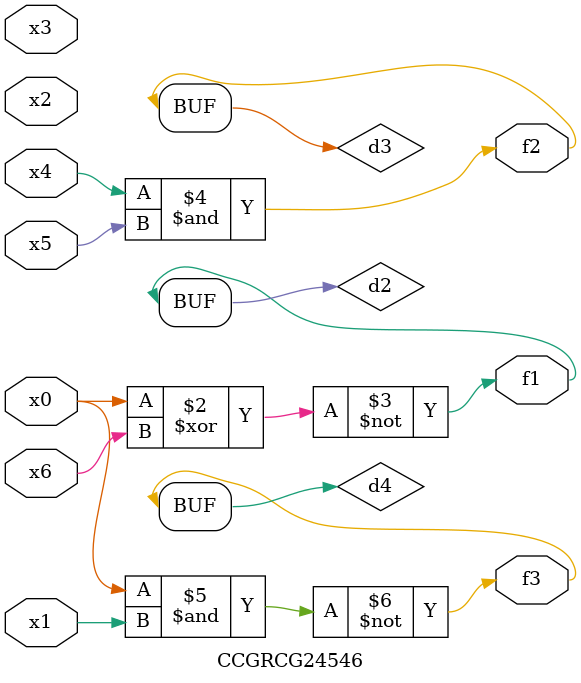
<source format=v>
module CCGRCG24546(
	input x0, x1, x2, x3, x4, x5, x6,
	output f1, f2, f3
);

	wire d1, d2, d3, d4;

	nor (d1, x0);
	xnor (d2, x0, x6);
	and (d3, x4, x5);
	nand (d4, x0, x1);
	assign f1 = d2;
	assign f2 = d3;
	assign f3 = d4;
endmodule

</source>
